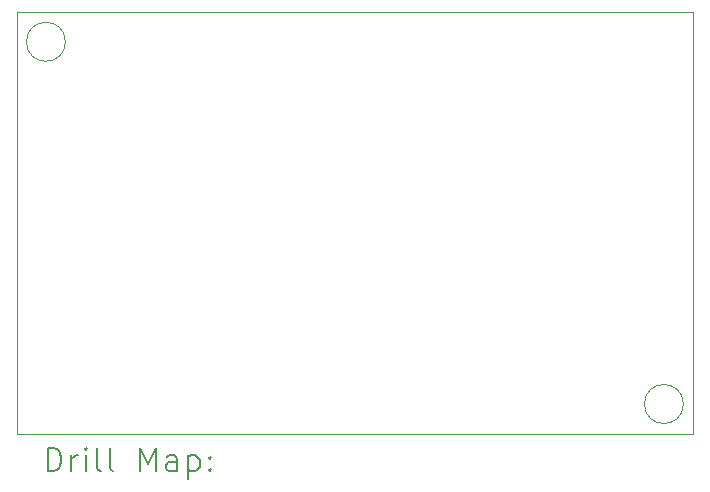
<source format=gbr>
%TF.GenerationSoftware,KiCad,Pcbnew,7.0.11-7.0.11~ubuntu22.04.1*%
%TF.CreationDate,2024-11-08T22:36:42-03:00*%
%TF.ProjectId,esp32cam_board,65737033-3263-4616-9d5f-626f6172642e,rev?*%
%TF.SameCoordinates,Original*%
%TF.FileFunction,Drillmap*%
%TF.FilePolarity,Positive*%
%FSLAX45Y45*%
G04 Gerber Fmt 4.5, Leading zero omitted, Abs format (unit mm)*
G04 Created by KiCad (PCBNEW 7.0.11-7.0.11~ubuntu22.04.1) date 2024-11-08 22:36:42*
%MOMM*%
%LPD*%
G01*
G04 APERTURE LIST*
%ADD10C,0.050000*%
%ADD11C,0.200000*%
G04 APERTURE END LIST*
D10*
X9296000Y-6807000D02*
G75*
G03*
X8966000Y-6807000I-165000J0D01*
G01*
X8966000Y-6807000D02*
G75*
G03*
X9296000Y-6807000I165000J0D01*
G01*
X8888000Y-6553000D02*
X14613000Y-6553000D01*
X14613000Y-10129000D01*
X8888000Y-10129000D01*
X8888000Y-6553000D01*
X14528000Y-9874000D02*
G75*
G03*
X14198000Y-9874000I-165000J0D01*
G01*
X14198000Y-9874000D02*
G75*
G03*
X14528000Y-9874000I165000J0D01*
G01*
D11*
X9146277Y-10442984D02*
X9146277Y-10242984D01*
X9146277Y-10242984D02*
X9193896Y-10242984D01*
X9193896Y-10242984D02*
X9222467Y-10252508D01*
X9222467Y-10252508D02*
X9241515Y-10271555D01*
X9241515Y-10271555D02*
X9251039Y-10290603D01*
X9251039Y-10290603D02*
X9260563Y-10328698D01*
X9260563Y-10328698D02*
X9260563Y-10357270D01*
X9260563Y-10357270D02*
X9251039Y-10395365D01*
X9251039Y-10395365D02*
X9241515Y-10414412D01*
X9241515Y-10414412D02*
X9222467Y-10433460D01*
X9222467Y-10433460D02*
X9193896Y-10442984D01*
X9193896Y-10442984D02*
X9146277Y-10442984D01*
X9346277Y-10442984D02*
X9346277Y-10309650D01*
X9346277Y-10347746D02*
X9355801Y-10328698D01*
X9355801Y-10328698D02*
X9365324Y-10319174D01*
X9365324Y-10319174D02*
X9384372Y-10309650D01*
X9384372Y-10309650D02*
X9403420Y-10309650D01*
X9470086Y-10442984D02*
X9470086Y-10309650D01*
X9470086Y-10242984D02*
X9460563Y-10252508D01*
X9460563Y-10252508D02*
X9470086Y-10262031D01*
X9470086Y-10262031D02*
X9479610Y-10252508D01*
X9479610Y-10252508D02*
X9470086Y-10242984D01*
X9470086Y-10242984D02*
X9470086Y-10262031D01*
X9593896Y-10442984D02*
X9574848Y-10433460D01*
X9574848Y-10433460D02*
X9565324Y-10414412D01*
X9565324Y-10414412D02*
X9565324Y-10242984D01*
X9698658Y-10442984D02*
X9679610Y-10433460D01*
X9679610Y-10433460D02*
X9670086Y-10414412D01*
X9670086Y-10414412D02*
X9670086Y-10242984D01*
X9927229Y-10442984D02*
X9927229Y-10242984D01*
X9927229Y-10242984D02*
X9993896Y-10385841D01*
X9993896Y-10385841D02*
X10060563Y-10242984D01*
X10060563Y-10242984D02*
X10060563Y-10442984D01*
X10241515Y-10442984D02*
X10241515Y-10338222D01*
X10241515Y-10338222D02*
X10231991Y-10319174D01*
X10231991Y-10319174D02*
X10212944Y-10309650D01*
X10212944Y-10309650D02*
X10174848Y-10309650D01*
X10174848Y-10309650D02*
X10155801Y-10319174D01*
X10241515Y-10433460D02*
X10222467Y-10442984D01*
X10222467Y-10442984D02*
X10174848Y-10442984D01*
X10174848Y-10442984D02*
X10155801Y-10433460D01*
X10155801Y-10433460D02*
X10146277Y-10414412D01*
X10146277Y-10414412D02*
X10146277Y-10395365D01*
X10146277Y-10395365D02*
X10155801Y-10376317D01*
X10155801Y-10376317D02*
X10174848Y-10366793D01*
X10174848Y-10366793D02*
X10222467Y-10366793D01*
X10222467Y-10366793D02*
X10241515Y-10357270D01*
X10336753Y-10309650D02*
X10336753Y-10509650D01*
X10336753Y-10319174D02*
X10355801Y-10309650D01*
X10355801Y-10309650D02*
X10393896Y-10309650D01*
X10393896Y-10309650D02*
X10412944Y-10319174D01*
X10412944Y-10319174D02*
X10422467Y-10328698D01*
X10422467Y-10328698D02*
X10431991Y-10347746D01*
X10431991Y-10347746D02*
X10431991Y-10404889D01*
X10431991Y-10404889D02*
X10422467Y-10423936D01*
X10422467Y-10423936D02*
X10412944Y-10433460D01*
X10412944Y-10433460D02*
X10393896Y-10442984D01*
X10393896Y-10442984D02*
X10355801Y-10442984D01*
X10355801Y-10442984D02*
X10336753Y-10433460D01*
X10517705Y-10423936D02*
X10527229Y-10433460D01*
X10527229Y-10433460D02*
X10517705Y-10442984D01*
X10517705Y-10442984D02*
X10508182Y-10433460D01*
X10508182Y-10433460D02*
X10517705Y-10423936D01*
X10517705Y-10423936D02*
X10517705Y-10442984D01*
X10517705Y-10319174D02*
X10527229Y-10328698D01*
X10527229Y-10328698D02*
X10517705Y-10338222D01*
X10517705Y-10338222D02*
X10508182Y-10328698D01*
X10508182Y-10328698D02*
X10517705Y-10319174D01*
X10517705Y-10319174D02*
X10517705Y-10338222D01*
M02*

</source>
